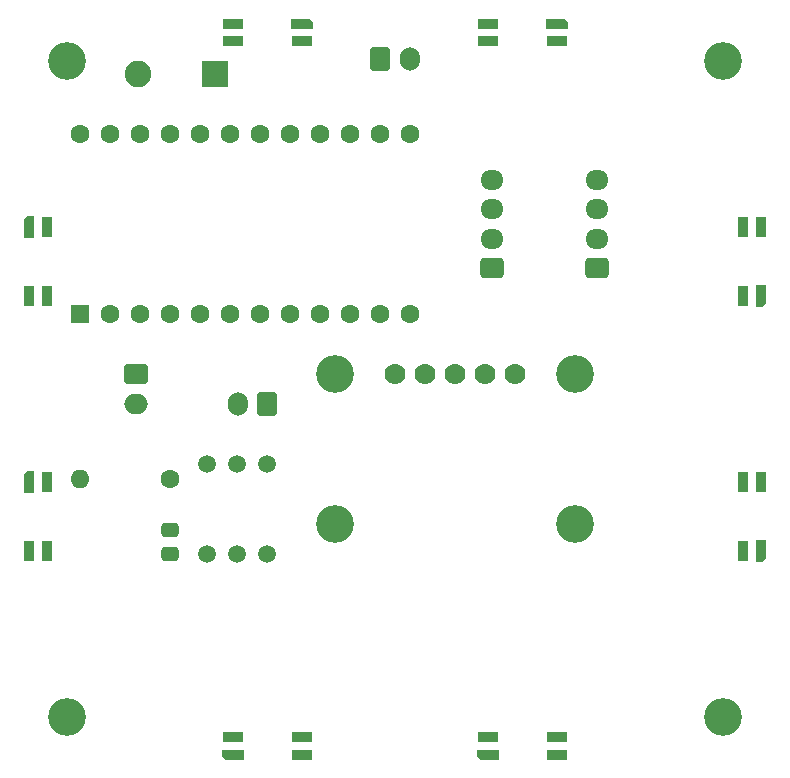
<source format=gbr>
%TF.GenerationSoftware,KiCad,Pcbnew,7.0.9*%
%TF.CreationDate,2023-12-12T22:55:11+09:00*%
%TF.ProjectId,shikisaku,7368696b-6973-4616-9b75-2e6b69636164,rev?*%
%TF.SameCoordinates,Original*%
%TF.FileFunction,Soldermask,Top*%
%TF.FilePolarity,Negative*%
%FSLAX46Y46*%
G04 Gerber Fmt 4.6, Leading zero omitted, Abs format (unit mm)*
G04 Created by KiCad (PCBNEW 7.0.9) date 2023-12-12 22:55:11*
%MOMM*%
%LPD*%
G01*
G04 APERTURE LIST*
G04 Aperture macros list*
%AMRoundRect*
0 Rectangle with rounded corners*
0 $1 Rounding radius*
0 $2 $3 $4 $5 $6 $7 $8 $9 X,Y pos of 4 corners*
0 Add a 4 corners polygon primitive as box body*
4,1,4,$2,$3,$4,$5,$6,$7,$8,$9,$2,$3,0*
0 Add four circle primitives for the rounded corners*
1,1,$1+$1,$2,$3*
1,1,$1+$1,$4,$5*
1,1,$1+$1,$6,$7*
1,1,$1+$1,$8,$9*
0 Add four rect primitives between the rounded corners*
20,1,$1+$1,$2,$3,$4,$5,0*
20,1,$1+$1,$4,$5,$6,$7,0*
20,1,$1+$1,$6,$7,$8,$9,0*
20,1,$1+$1,$8,$9,$2,$3,0*%
%AMOutline5P*
0 Free polygon, 5 corners , with rotation*
0 The origin of the aperture is its center*
0 number of corners: always 5*
0 $1 to $10 corner X, Y*
0 $11 Rotation angle, in degrees counterclockwise*
0 create outline with 5 corners*
4,1,5,$1,$2,$3,$4,$5,$6,$7,$8,$9,$10,$1,$2,$11*%
%AMOutline6P*
0 Free polygon, 6 corners , with rotation*
0 The origin of the aperture is its center*
0 number of corners: always 6*
0 $1 to $12 corner X, Y*
0 $13 Rotation angle, in degrees counterclockwise*
0 create outline with 6 corners*
4,1,6,$1,$2,$3,$4,$5,$6,$7,$8,$9,$10,$11,$12,$1,$2,$13*%
%AMOutline7P*
0 Free polygon, 7 corners , with rotation*
0 The origin of the aperture is its center*
0 number of corners: always 7*
0 $1 to $14 corner X, Y*
0 $15 Rotation angle, in degrees counterclockwise*
0 create outline with 7 corners*
4,1,7,$1,$2,$3,$4,$5,$6,$7,$8,$9,$10,$11,$12,$13,$14,$1,$2,$15*%
%AMOutline8P*
0 Free polygon, 8 corners , with rotation*
0 The origin of the aperture is its center*
0 number of corners: always 8*
0 $1 to $16 corner X, Y*
0 $17 Rotation angle, in degrees counterclockwise*
0 create outline with 8 corners*
4,1,8,$1,$2,$3,$4,$5,$6,$7,$8,$9,$10,$11,$12,$13,$14,$15,$16,$1,$2,$17*%
G04 Aperture macros list end*
%ADD10RoundRect,0.250000X0.600000X0.750000X-0.600000X0.750000X-0.600000X-0.750000X0.600000X-0.750000X0*%
%ADD11O,1.700000X2.000000*%
%ADD12RoundRect,0.250000X-0.750000X0.600000X-0.750000X-0.600000X0.750000X-0.600000X0.750000X0.600000X0*%
%ADD13O,2.000000X1.700000*%
%ADD14R,1.600000X1.600000*%
%ADD15C,1.600000*%
%ADD16C,3.200000*%
%ADD17C,1.500000*%
%ADD18RoundRect,0.250000X-0.600000X-0.750000X0.600000X-0.750000X0.600000X0.750000X-0.600000X0.750000X0*%
%ADD19R,2.250000X2.250000*%
%ADD20C,2.250000*%
%ADD21RoundRect,0.250000X0.475000X-0.337500X0.475000X0.337500X-0.475000X0.337500X-0.475000X-0.337500X0*%
%ADD22O,1.600000X1.600000*%
%ADD23R,1.800000X0.820000*%
%ADD24Outline5P,-0.900000X0.410000X0.654000X0.410000X0.900000X0.164000X0.900000X-0.410000X-0.900000X-0.410000X0.000000*%
%ADD25R,0.820000X1.800000*%
%ADD26Outline5P,-0.900000X0.410000X0.654000X0.410000X0.900000X0.164000X0.900000X-0.410000X-0.900000X-0.410000X270.000000*%
%ADD27RoundRect,0.250000X0.725000X-0.600000X0.725000X0.600000X-0.725000X0.600000X-0.725000X-0.600000X0*%
%ADD28O,1.950000X1.700000*%
%ADD29C,1.778000*%
%ADD30Outline5P,-0.900000X0.410000X0.654000X0.410000X0.900000X0.164000X0.900000X-0.410000X-0.900000X-0.410000X180.000000*%
%ADD31Outline5P,-0.900000X0.410000X0.654000X0.410000X0.900000X0.164000X0.900000X-0.410000X-0.900000X-0.410000X90.000000*%
G04 APERTURE END LIST*
D10*
%TO.C,SW_POWER*%
X120955000Y-93020000D03*
D11*
X118455000Y-93020000D03*
%TD*%
D12*
%TO.C,BATT*%
X109800000Y-90500000D03*
D13*
X109800000Y-93000000D03*
%TD*%
D14*
%TO.C,U1*%
X105080000Y-85400000D03*
D15*
X107620000Y-85400000D03*
X110160000Y-85400000D03*
X112700000Y-85400000D03*
X115240000Y-85400000D03*
X117780000Y-85400000D03*
X120320000Y-85400000D03*
X122860000Y-85400000D03*
X125400000Y-85400000D03*
X127940000Y-85400000D03*
X130480000Y-85400000D03*
X133020000Y-85400000D03*
X133020000Y-70160000D03*
X130480000Y-70160000D03*
X127940000Y-70160000D03*
X125400000Y-70160000D03*
X122860000Y-70160000D03*
X120320000Y-70160000D03*
X117780000Y-70160000D03*
X115240000Y-70160000D03*
X112700000Y-70160000D03*
X110160000Y-70160000D03*
X107620000Y-70160000D03*
X105080000Y-70160000D03*
%TD*%
D16*
%TO.C,H4*%
X104000000Y-119500000D03*
%TD*%
D17*
%TO.C,U5*%
X120955000Y-98070000D03*
X118415000Y-98070000D03*
X115875000Y-98070000D03*
X115875000Y-105690000D03*
X118415000Y-105690000D03*
X120955000Y-105690000D03*
%TD*%
D18*
%TO.C,SW_KEY*%
X130520000Y-63810000D03*
D11*
X133020000Y-63810000D03*
%TD*%
D16*
%TO.C,H3*%
X159500000Y-119500000D03*
%TD*%
D19*
%TO.C,SW_RST*%
X116510000Y-65080000D03*
D20*
X110010000Y-65080000D03*
%TD*%
D21*
%TO.C,C1*%
X112700000Y-105720000D03*
X112700000Y-103645000D03*
%TD*%
D16*
%TO.C,H2*%
X159500000Y-64000000D03*
%TD*%
%TO.C,H1*%
X104000000Y-64000000D03*
%TD*%
D15*
%TO.C,R1*%
X112700000Y-99370000D03*
D22*
X105080000Y-99370000D03*
%TD*%
D23*
%TO.C,D7*%
X118005000Y-62300000D03*
X118005000Y-60800000D03*
D24*
X123905000Y-60800000D03*
D23*
X123905000Y-62300000D03*
%TD*%
D25*
%TO.C,D5*%
X161200000Y-78005000D03*
X162700000Y-78005000D03*
D26*
X162700000Y-83905000D03*
D25*
X161200000Y-83905000D03*
%TD*%
D23*
%TO.C,D6*%
X139595000Y-62300000D03*
X139595000Y-60800000D03*
D24*
X145495000Y-60800000D03*
D23*
X145495000Y-62300000D03*
%TD*%
D27*
%TO.C,U3_H*%
X140005000Y-81510000D03*
D28*
X140005000Y-79010000D03*
X140005000Y-76510000D03*
X140005000Y-74010000D03*
%TD*%
D27*
%TO.C,U4_V*%
X148895000Y-81510000D03*
D28*
X148895000Y-79010000D03*
X148895000Y-76510000D03*
X148895000Y-74010000D03*
%TD*%
D16*
%TO.C,U2*%
X126670000Y-90480000D03*
X126670000Y-103180000D03*
X146990000Y-90480000D03*
X146990000Y-103180000D03*
D29*
X131750000Y-90480000D03*
X134290000Y-90480000D03*
X136830000Y-90480000D03*
X139370000Y-90480000D03*
X141910000Y-90480000D03*
%TD*%
D23*
%TO.C,D3*%
X145495000Y-121200000D03*
X145495000Y-122700000D03*
D30*
X139595000Y-122700000D03*
D23*
X139595000Y-121200000D03*
%TD*%
D25*
%TO.C,D1*%
X102300000Y-105495000D03*
X100800000Y-105495000D03*
D31*
X100800000Y-99595000D03*
D25*
X102300000Y-99595000D03*
%TD*%
%TO.C,D4*%
X161200000Y-99595000D03*
X162700000Y-99595000D03*
D26*
X162700000Y-105495000D03*
D25*
X161200000Y-105495000D03*
%TD*%
%TO.C,D8*%
X102300000Y-83905000D03*
X100800000Y-83905000D03*
D31*
X100800000Y-78005000D03*
D25*
X102300000Y-78005000D03*
%TD*%
D23*
%TO.C,D2*%
X123905000Y-121200000D03*
X123905000Y-122700000D03*
D30*
X118005000Y-122700000D03*
D23*
X118005000Y-121200000D03*
%TD*%
M02*

</source>
